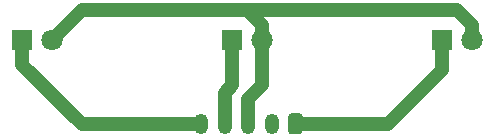
<source format=gbr>
G04 #@! TF.GenerationSoftware,KiCad,Pcbnew,5.1.5-52549c5~84~ubuntu18.04.1*
G04 #@! TF.CreationDate,2020-03-02T21:01:08-05:00*
G04 #@! TF.ProjectId,left-board_rev2,6c656674-2d62-46f6-9172-645f72657632,rev?*
G04 #@! TF.SameCoordinates,Original*
G04 #@! TF.FileFunction,Copper,L2,Bot*
G04 #@! TF.FilePolarity,Positive*
%FSLAX46Y46*%
G04 Gerber Fmt 4.6, Leading zero omitted, Abs format (unit mm)*
G04 Created by KiCad (PCBNEW 5.1.5-52549c5~84~ubuntu18.04.1) date 2020-03-02 21:01:08*
%MOMM*%
%LPD*%
G04 APERTURE LIST*
%ADD10O,1.200000X1.750000*%
%ADD11C,0.100000*%
%ADD12C,1.800000*%
%ADD13R,1.800000X1.800000*%
%ADD14C,1.200000*%
G04 APERTURE END LIST*
D10*
X115444000Y-45212000D03*
X117444000Y-45212000D03*
X119444000Y-45212000D03*
X121444000Y-45212000D03*
G04 #@! TA.AperFunction,ComponentPad*
D11*
G36*
X123818505Y-44338204D02*
G01*
X123842773Y-44341804D01*
X123866572Y-44347765D01*
X123889671Y-44356030D01*
X123911850Y-44366520D01*
X123932893Y-44379132D01*
X123952599Y-44393747D01*
X123970777Y-44410223D01*
X123987253Y-44428401D01*
X124001868Y-44448107D01*
X124014480Y-44469150D01*
X124024970Y-44491329D01*
X124033235Y-44514428D01*
X124039196Y-44538227D01*
X124042796Y-44562495D01*
X124044000Y-44586999D01*
X124044000Y-45837001D01*
X124042796Y-45861505D01*
X124039196Y-45885773D01*
X124033235Y-45909572D01*
X124024970Y-45932671D01*
X124014480Y-45954850D01*
X124001868Y-45975893D01*
X123987253Y-45995599D01*
X123970777Y-46013777D01*
X123952599Y-46030253D01*
X123932893Y-46044868D01*
X123911850Y-46057480D01*
X123889671Y-46067970D01*
X123866572Y-46076235D01*
X123842773Y-46082196D01*
X123818505Y-46085796D01*
X123794001Y-46087000D01*
X123093999Y-46087000D01*
X123069495Y-46085796D01*
X123045227Y-46082196D01*
X123021428Y-46076235D01*
X122998329Y-46067970D01*
X122976150Y-46057480D01*
X122955107Y-46044868D01*
X122935401Y-46030253D01*
X122917223Y-46013777D01*
X122900747Y-45995599D01*
X122886132Y-45975893D01*
X122873520Y-45954850D01*
X122863030Y-45932671D01*
X122854765Y-45909572D01*
X122848804Y-45885773D01*
X122845204Y-45861505D01*
X122844000Y-45837001D01*
X122844000Y-44586999D01*
X122845204Y-44562495D01*
X122848804Y-44538227D01*
X122854765Y-44514428D01*
X122863030Y-44491329D01*
X122873520Y-44469150D01*
X122886132Y-44448107D01*
X122900747Y-44428401D01*
X122917223Y-44410223D01*
X122935401Y-44393747D01*
X122955107Y-44379132D01*
X122976150Y-44366520D01*
X122998329Y-44356030D01*
X123021428Y-44347765D01*
X123045227Y-44341804D01*
X123069495Y-44338204D01*
X123093999Y-44337000D01*
X123794001Y-44337000D01*
X123818505Y-44338204D01*
G37*
G04 #@! TD.AperFunction*
D12*
X102870000Y-38100000D03*
D13*
X100330000Y-38100000D03*
D12*
X120650000Y-38100000D03*
D13*
X118110000Y-38100000D03*
D12*
X138430000Y-38100000D03*
D13*
X135890000Y-38100000D03*
D14*
X102870000Y-38100000D02*
X105410000Y-35560000D01*
X138430000Y-36827208D02*
X138430000Y-38100000D01*
X137162792Y-35560000D02*
X138430000Y-36827208D01*
X120650000Y-36827208D02*
X120650000Y-38100000D01*
X119382792Y-35560000D02*
X120650000Y-36827208D01*
X118745000Y-35560000D02*
X119382792Y-35560000D01*
X118745000Y-35560000D02*
X137162792Y-35560000D01*
X105410000Y-35560000D02*
X118745000Y-35560000D01*
X120650000Y-38100000D02*
X120650000Y-41910000D01*
X119444000Y-43116000D02*
X119444000Y-45212000D01*
X120650000Y-41910000D02*
X119444000Y-43116000D01*
X135890000Y-40640000D02*
X135890000Y-38100000D01*
X123444000Y-45212000D02*
X131318000Y-45212000D01*
X131318000Y-45212000D02*
X135890000Y-40640000D01*
X117444000Y-42576000D02*
X117444000Y-45212000D01*
X118110000Y-38100000D02*
X118110000Y-41910000D01*
X118110000Y-41910000D02*
X117444000Y-42576000D01*
X113644000Y-45212000D02*
X115444000Y-45212000D01*
X105342000Y-45212000D02*
X113644000Y-45212000D01*
X100330000Y-38100000D02*
X100330000Y-40200000D01*
X100330000Y-40200000D02*
X105342000Y-45212000D01*
M02*

</source>
